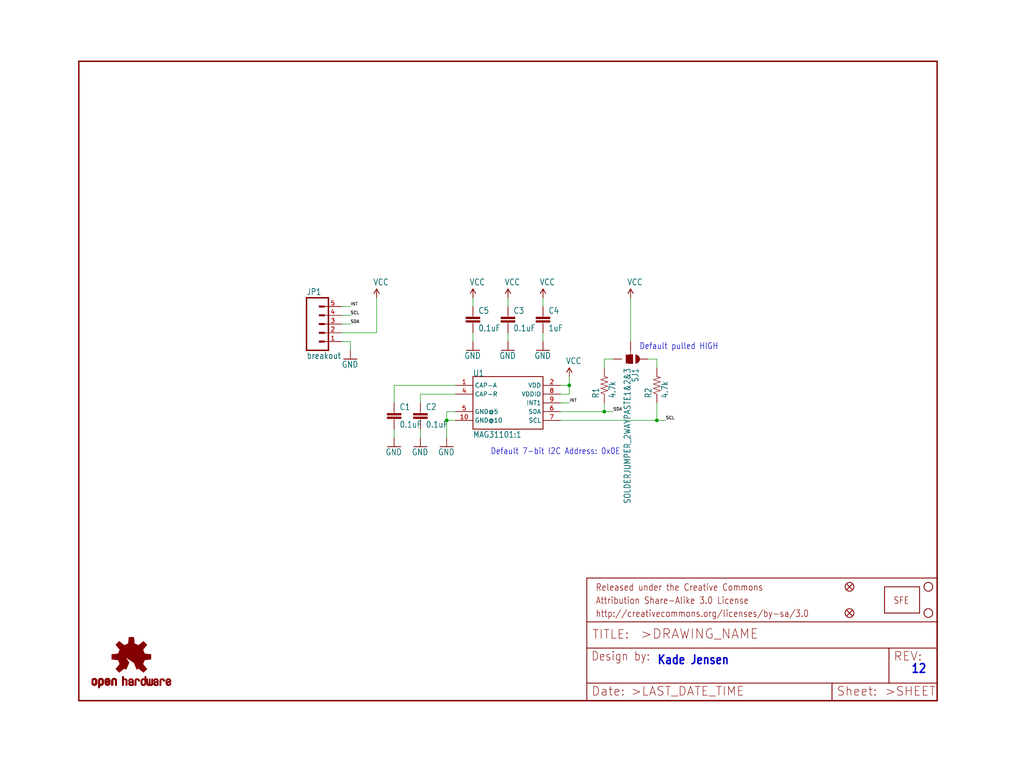
<source format=kicad_sch>
(kicad_sch (version 20211123) (generator eeschema)
  (paper "User" 297.002 223.926)
  (lib_symbols
    (symbol "schematicEagle-eagle-import:CAP0603-CAP"
      (property "Reference" "C" (at 1.524 2.921 0))
      (property "Value" "CAP0603-CAP" (at 1.524 -2.159 0))
      (symbol "CAP0603-CAP_1_0"
        (pin passive line (at 0 5.08 270) (length 2.54) (name "1") (number "1"))
        (pin passive line (at 0 -2.54 90) (length 2.54) (name "2") (number "2"))
      )
    )
    (symbol "schematicEagle-eagle-import:FIDUCIAL1X2")
    (symbol "schematicEagle-eagle-import:FRAME-LETTER"
      (symbol "FRAME-LETTER_2_0"
        (text ">DRAWING_NAME" (at 15.494 17.78 0) (effects (font (size 2.7432 2.7432)) (justify left bottom)))
        (text ">LAST_DATE_TIME" (at 12.7 1.27 0) (effects (font (size 2.54 2.54)) (justify left bottom)))
        (text ">SHEET" (at 86.36 1.27 0) (effects (font (size 2.54 2.54)) (justify left bottom)))
        (text "Attribution Share-Alike 3.0 License" (at 2.54 27.94 0) (effects (font (size 1.9304 1.6408)) (justify left bottom)))
        (text "Date:" (at 1.27 1.27 0) (effects (font (size 2.54 2.54)) (justify left bottom)))
        (text "Design by:" (at 1.27 11.43 0) (effects (font (size 2.54 2.159)) (justify left bottom)))
        (text "http://creativecommons.org/licenses/by-sa/3.0" (at 2.54 24.13 0) (effects (font (size 1.9304 1.6408)) (justify left bottom)))
        (text "Released under the Creative Commons" (at 2.54 31.75 0) (effects (font (size 1.9304 1.6408)) (justify left bottom)))
        (text "REV:" (at 88.9 11.43 0) (effects (font (size 2.54 2.54)) (justify left bottom)))
        (text "Sheet:" (at 72.39 1.27 0) (effects (font (size 2.54 2.54)) (justify left bottom)))
        (text "TITLE:" (at 1.524 17.78 0) (effects (font (size 2.54 2.54)) (justify left bottom)))
      )
    )
    (symbol "schematicEagle-eagle-import:GND" (power)
      (property "Value" "GND" (at -2.54 -2.54 0))
      (symbol "GND_1_0"
        (pin power_in line (at 0 2.54 270) (length 2.54) (name "GND") (number "1"))
      )
    )
    (symbol "schematicEagle-eagle-import:LOGO-SFESK"
      (symbol "LOGO-SFESK_1_0"
        (text "SFE" (at 0 0 0) (effects (font (size 1.9304 1.6408)) (justify left bottom)))
      )
    )
    (symbol "schematicEagle-eagle-import:M05PTH"
      (property "Reference" "JP" (at -2.54 8.382 0))
      (property "Value" "M05PTH" (at -2.54 -10.16 0))
      (symbol "M05PTH_1_0"
        (pin passive line (at 7.62 -5.08 180) (length 5.08) (name "1") (number "1"))
        (pin passive line (at 7.62 -2.54 180) (length 5.08) (name "2") (number "2"))
        (pin passive line (at 7.62 0 180) (length 5.08) (name "3") (number "3"))
        (pin passive line (at 7.62 2.54 180) (length 5.08) (name "4") (number "4"))
        (pin passive line (at 7.62 5.08 180) (length 5.08) (name "5") (number "5"))
      )
    )
    (symbol "schematicEagle-eagle-import:MAG31101{colon}1"
      (property "Reference" "U" (at -10.16 7.62 0))
      (property "Value" "MAG31101{colon}1" (at -10.16 -10.16 0))
      (symbol "MAG31101{colon}1_1_0"
        (pin bidirectional line (at -15.24 5.08 0) (length 5.08) (name "CAP-A") (number "1"))
        (pin bidirectional line (at -15.24 -5.08 0) (length 5.08) (name "GND@10") (number "10"))
        (pin bidirectional line (at 15.24 5.08 180) (length 5.08) (name "VDD") (number "2"))
        (pin bidirectional line (at -15.24 2.54 0) (length 5.08) (name "CAP-R") (number "4"))
        (pin bidirectional line (at -15.24 -2.54 0) (length 5.08) (name "GND@5") (number "5"))
        (pin bidirectional line (at 15.24 -2.54 180) (length 5.08) (name "SDA") (number "6"))
        (pin bidirectional line (at 15.24 -5.08 180) (length 5.08) (name "SCL") (number "7"))
        (pin bidirectional line (at 15.24 2.54 180) (length 5.08) (name "VDDIO") (number "8"))
        (pin bidirectional line (at 15.24 0 180) (length 5.08) (name "INT1") (number "9"))
      )
    )
    (symbol "schematicEagle-eagle-import:OSHW-LOGOS")
    (symbol "schematicEagle-eagle-import:RESISTOR0603-RES"
      (property "Reference" "R" (at -3.81 1.4986 0))
      (property "Value" "RESISTOR0603-RES" (at -3.81 -3.302 0))
      (symbol "RESISTOR0603-RES_1_0"
        (pin passive line (at -5.08 0 0) (length 2.54) (name "1") (number "1"))
        (pin passive line (at 5.08 0 180) (length 2.54) (name "2") (number "2"))
      )
    )
    (symbol "schematicEagle-eagle-import:SOLDERJUMPER_2WAYPASTE1&2&3"
      (property "Reference" "SJ" (at 2.54 0.381 0))
      (property "Value" "SOLDERJUMPER_2WAYPASTE1&2&3" (at 2.54 -1.905 0))
      (symbol "SOLDERJUMPER_2WAYPASTE1&2&3_1_0"
        (pin passive line (at 0 5.08 270) (length 2.54) (name "1") (number "1"))
        (pin passive line (at -5.08 0 0) (length 2.54) (name "2") (number "2"))
        (pin passive line (at 0 -5.08 90) (length 2.54) (name "3") (number "3"))
      )
    )
    (symbol "schematicEagle-eagle-import:STAND-OFF")
    (symbol "schematicEagle-eagle-import:VCC" (power)
      (property "Value" "VCC" (at -1.016 3.556 0))
      (symbol "VCC_1_0"
        (pin power_in line (at 0 0 90) (length 2.54) (name "VCC") (number "1"))
      )
    )
  )
  (junction (at 165.1 111.76))
  (junction (at 175.26 119.38))
  (junction (at 129.54 121.92))
  (junction (at 190.5 121.92))
  (wire (pts (xy 121.92 124.46) (xy 121.92 127)))
  (wire (pts (xy 175.26 119.38) (xy 162.56 119.38)))
  (wire (pts (xy 99.06 88.9) (xy 101.6 88.9)))
  (wire (pts (xy 162.56 114.3) (xy 165.1 114.3)))
  (wire (pts (xy 165.1 114.3) (xy 165.1 111.76)))
  (wire (pts (xy 132.08 121.92) (xy 129.54 121.92)))
  (wire (pts (xy 175.26 119.38) (xy 177.8 119.38)))
  (wire (pts (xy 129.54 119.38) (xy 129.54 121.92)))
  (wire (pts (xy 99.06 91.44) (xy 101.6 91.44)))
  (wire (pts (xy 162.56 111.76) (xy 165.1 111.76)))
  (wire (pts (xy 132.08 111.76) (xy 114.3 111.76)))
  (wire (pts (xy 137.16 96.52) (xy 137.16 99.06)))
  (wire (pts (xy 99.06 99.06) (xy 101.6 99.06)))
  (wire (pts (xy 129.54 121.92) (xy 129.54 127)))
  (wire (pts (xy 132.08 119.38) (xy 129.54 119.38)))
  (wire (pts (xy 190.5 121.92) (xy 190.5 116.84)))
  (wire (pts (xy 162.56 121.92) (xy 190.5 121.92)))
  (wire (pts (xy 162.56 116.84) (xy 165.1 116.84)))
  (wire (pts (xy 182.88 99.06) (xy 182.88 86.36)))
  (wire (pts (xy 132.08 114.3) (xy 121.92 114.3)))
  (wire (pts (xy 114.3 111.76) (xy 114.3 116.84)))
  (wire (pts (xy 147.32 99.06) (xy 147.32 96.52)))
  (wire (pts (xy 175.26 106.68) (xy 175.26 104.14)))
  (wire (pts (xy 114.3 124.46) (xy 114.3 127)))
  (wire (pts (xy 177.8 104.14) (xy 175.26 104.14)))
  (wire (pts (xy 101.6 99.06) (xy 101.6 101.6)))
  (wire (pts (xy 157.48 86.36) (xy 157.48 88.9)))
  (wire (pts (xy 165.1 111.76) (xy 165.1 109.22)))
  (wire (pts (xy 99.06 93.98) (xy 101.6 93.98)))
  (wire (pts (xy 190.5 106.68) (xy 190.5 104.14)))
  (wire (pts (xy 99.06 96.52) (xy 109.22 96.52)))
  (wire (pts (xy 190.5 104.14) (xy 187.96 104.14)))
  (wire (pts (xy 147.32 86.36) (xy 147.32 88.9)))
  (wire (pts (xy 157.48 96.52) (xy 157.48 99.06)))
  (wire (pts (xy 137.16 88.9) (xy 137.16 86.36)))
  (wire (pts (xy 190.5 121.92) (xy 193.04 121.92)))
  (wire (pts (xy 175.26 116.84) (xy 175.26 119.38)))
  (wire (pts (xy 109.22 96.52) (xy 109.22 86.36)))
  (wire (pts (xy 121.92 114.3) (xy 121.92 116.84)))
  (text "12" (at 264.16 195.58 180) (effects (font (size 2.54 2.159) (thickness 0.4318) bold) (justify left bottom)))
  (text "Default pulled HIGH" (at 185.42 101.6 180) (effects (font (size 1.778 1.5113)) (justify left bottom)))
  (text "Kade Jensen" (at 190.5 193.04 180) (effects (font (size 2.54 2.159) (thickness 0.4318) bold) (justify left bottom)))
  (text "Default 7-bit I2C Address: 0x0E" (at 142.24 132.08 180) (effects (font (size 1.778 1.5113)) (justify left bottom)))
  (label "INT" (at 165.1 116.84 0) (effects (font (size 0.889 0.889))))
  (label "SCL" (at 193.04 121.92 0) (effects (font (size 0.889 0.889))))
  (label "SCL" (at 101.6 91.44 0) (effects (font (size 0.889 0.889))))
  (label "SDA" (at 101.6 93.98 0) (effects (font (size 0.889 0.889))))
  (label "INT" (at 101.6 88.9 0) (effects (font (size 0.889 0.889))))
  (label "SDA" (at 177.8 119.38 0) (effects (font (size 0.889 0.889))))
  (symbol (lib_id "schematicEagle-eagle-import:FRAME-LETTER") (at 170.18 203.2 0) (unit 2)
    (property "Reference" "FRAME2" (effects hide))
    (property "Value" "FRAME-LETTER" (effects hide))
    (property "Footprint" "schematicEagle:CREATIVE_COMMONS" (effects hide))
  )
  (symbol (lib_id "schematicEagle-eagle-import:GND") (at 121.92 129.54 0) (unit 1)
    (property "Reference" "#GND3" (effects hide))
    (property "Value" "GND" (at 119.38 132.08 0) (effects (font (size 1.778 1.5113)) (justify left bottom)))
    (property "Footprint" "schematicEagle:" (effects hide))
  )
  (symbol (lib_id "schematicEagle-eagle-import:SOLDERJUMPER_2WAYPASTE1&2&3") (at 182.88 104.14 270) (unit 1)
    (property "Reference" "SJ1" (at 183.261 106.68 0) (effects (font (size 1.778 1.5113)) (justify left bottom)))
    (property "Value" "SOLDERJUMPER_2WAYPASTE1&2&3" (at 180.975 106.68 0) (effects (font (size 1.778 1.5113)) (justify left bottom)))
    (property "Footprint" "schematicEagle:SJ_3_PASTE1&2&3" (effects hide))
  )
  (symbol (lib_id "schematicEagle-eagle-import:FIDUCIAL1X2") (at 246.38 177.8 0) (unit 1)
    (property "Reference" "FID2" (effects hide))
    (property "Value" "FIDUCIAL1X2" (effects hide))
    (property "Footprint" "schematicEagle:FIDUCIAL-1X2" (effects hide))
  )
  (symbol (lib_id "schematicEagle-eagle-import:GND") (at 157.48 101.6 0) (unit 1)
    (property "Reference" "#GND8" (effects hide))
    (property "Value" "GND" (at 154.94 104.14 0) (effects (font (size 1.778 1.5113)) (justify left bottom)))
    (property "Footprint" "schematicEagle:" (effects hide))
  )
  (symbol (lib_id "schematicEagle-eagle-import:FIDUCIAL1X2") (at 246.38 170.18 0) (unit 1)
    (property "Reference" "FID1" (effects hide))
    (property "Value" "FIDUCIAL1X2" (effects hide))
    (property "Footprint" "schematicEagle:FIDUCIAL-1X2" (effects hide))
  )
  (symbol (lib_id "schematicEagle-eagle-import:RESISTOR0603-RES") (at 190.5 111.76 90) (unit 1)
    (property "Reference" "R2" (at 189.0014 115.57 0) (effects (font (size 1.778 1.5113)) (justify left bottom)))
    (property "Value" "4.7k" (at 193.802 115.57 0) (effects (font (size 1.778 1.5113)) (justify left bottom)))
    (property "Footprint" "schematicEagle:0603-RES" (effects hide))
  )
  (symbol (lib_id "schematicEagle-eagle-import:VCC") (at 137.16 86.36 0) (unit 1)
    (property "Reference" "#P+5" (effects hide))
    (property "Value" "VCC" (at 136.144 82.804 0) (effects (font (size 1.778 1.5113)) (justify left bottom)))
    (property "Footprint" "schematicEagle:" (effects hide))
  )
  (symbol (lib_id "schematicEagle-eagle-import:LOGO-SFESK") (at 259.08 175.26 0) (unit 1)
    (property "Reference" "JP7" (effects hide))
    (property "Value" "LOGO-SFESK" (effects hide))
    (property "Footprint" "schematicEagle:SFE-LOGO-FLAME" (effects hide))
  )
  (symbol (lib_id "schematicEagle-eagle-import:FRAME-LETTER") (at 22.86 203.2 0) (unit 1)
    (property "Reference" "FRAME2" (effects hide))
    (property "Value" "FRAME-LETTER" (effects hide))
    (property "Footprint" "schematicEagle:CREATIVE_COMMONS" (effects hide))
  )
  (symbol (lib_id "schematicEagle-eagle-import:CAP0603-CAP") (at 157.48 93.98 0) (unit 1)
    (property "Reference" "C4" (at 159.004 91.059 0) (effects (font (size 1.778 1.5113)) (justify left bottom)))
    (property "Value" "1uF" (at 159.004 96.139 0) (effects (font (size 1.778 1.5113)) (justify left bottom)))
    (property "Footprint" "schematicEagle:0603-CAP" (effects hide))
  )
  (symbol (lib_id "schematicEagle-eagle-import:STAND-OFF") (at 269.24 170.18 0) (unit 1)
    (property "Reference" "JP3" (effects hide))
    (property "Value" "STAND-OFF" (effects hide))
    (property "Footprint" "schematicEagle:STAND-OFF" (effects hide))
  )
  (symbol (lib_id "schematicEagle-eagle-import:CAP0603-CAP") (at 121.92 121.92 0) (unit 1)
    (property "Reference" "C2" (at 123.444 118.999 0) (effects (font (size 1.778 1.5113)) (justify left bottom)))
    (property "Value" "0.1uF" (at 123.444 124.079 0) (effects (font (size 1.778 1.5113)) (justify left bottom)))
    (property "Footprint" "schematicEagle:0603-CAP" (effects hide))
  )
  (symbol (lib_id "schematicEagle-eagle-import:GND") (at 101.6 104.14 0) (unit 1)
    (property "Reference" "#GND5" (effects hide))
    (property "Value" "GND" (at 99.06 106.68 0) (effects (font (size 1.778 1.5113)) (justify left bottom)))
    (property "Footprint" "schematicEagle:" (effects hide))
  )
  (symbol (lib_id "schematicEagle-eagle-import:GND") (at 147.32 101.6 0) (unit 1)
    (property "Reference" "#GND4" (effects hide))
    (property "Value" "GND" (at 144.78 104.14 0) (effects (font (size 1.778 1.5113)) (justify left bottom)))
    (property "Footprint" "schematicEagle:" (effects hide))
  )
  (symbol (lib_id "schematicEagle-eagle-import:RESISTOR0603-RES") (at 175.26 111.76 90) (unit 1)
    (property "Reference" "R1" (at 173.7614 115.57 0) (effects (font (size 1.778 1.5113)) (justify left bottom)))
    (property "Value" "4.7k" (at 178.562 115.57 0) (effects (font (size 1.778 1.5113)) (justify left bottom)))
    (property "Footprint" "schematicEagle:0603-RES" (effects hide))
  )
  (symbol (lib_id "schematicEagle-eagle-import:GND") (at 137.16 101.6 0) (unit 1)
    (property "Reference" "#GND7" (effects hide))
    (property "Value" "GND" (at 134.62 104.14 0) (effects (font (size 1.778 1.5113)) (justify left bottom)))
    (property "Footprint" "schematicEagle:" (effects hide))
  )
  (symbol (lib_id "schematicEagle-eagle-import:VCC") (at 182.88 86.36 0) (unit 1)
    (property "Reference" "#P+3" (effects hide))
    (property "Value" "VCC" (at 181.864 82.804 0) (effects (font (size 1.778 1.5113)) (justify left bottom)))
    (property "Footprint" "schematicEagle:" (effects hide))
  )
  (symbol (lib_id "schematicEagle-eagle-import:M05PTH") (at 91.44 93.98 0) (unit 1)
    (property "Reference" "JP1" (at 88.9 85.598 0) (effects (font (size 1.778 1.5113)) (justify left bottom)))
    (property "Value" "breakout" (at 88.9 104.14 0) (effects (font (size 1.778 1.5113)) (justify left bottom)))
    (property "Footprint" "schematicEagle:1X05" (effects hide))
  )
  (symbol (lib_id "schematicEagle-eagle-import:VCC") (at 157.48 86.36 0) (unit 1)
    (property "Reference" "#P+6" (effects hide))
    (property "Value" "VCC" (at 156.464 82.804 0) (effects (font (size 1.778 1.5113)) (justify left bottom)))
    (property "Footprint" "schematicEagle:" (effects hide))
  )
  (symbol (lib_id "schematicEagle-eagle-import:CAP0603-CAP") (at 114.3 121.92 0) (unit 1)
    (property "Reference" "C1" (at 115.824 118.999 0) (effects (font (size 1.778 1.5113)) (justify left bottom)))
    (property "Value" "0.1uF" (at 115.824 124.079 0) (effects (font (size 1.778 1.5113)) (justify left bottom)))
    (property "Footprint" "schematicEagle:0603-CAP" (effects hide))
  )
  (symbol (lib_id "schematicEagle-eagle-import:GND") (at 129.54 129.54 0) (unit 1)
    (property "Reference" "#GND1" (effects hide))
    (property "Value" "GND" (at 127 132.08 0) (effects (font (size 1.778 1.5113)) (justify left bottom)))
    (property "Footprint" "schematicEagle:" (effects hide))
  )
  (symbol (lib_id "schematicEagle-eagle-import:GND") (at 114.3 129.54 0) (unit 1)
    (property "Reference" "#GND2" (effects hide))
    (property "Value" "GND" (at 111.76 132.08 0) (effects (font (size 1.778 1.5113)) (justify left bottom)))
    (property "Footprint" "schematicEagle:" (effects hide))
  )
  (symbol (lib_id "schematicEagle-eagle-import:CAP0603-CAP") (at 137.16 93.98 0) (unit 1)
    (property "Reference" "C5" (at 138.684 91.059 0) (effects (font (size 1.778 1.5113)) (justify left bottom)))
    (property "Value" "0.1uF" (at 138.684 96.139 0) (effects (font (size 1.778 1.5113)) (justify left bottom)))
    (property "Footprint" "schematicEagle:0603-CAP" (effects hide))
  )
  (symbol (lib_id "schematicEagle-eagle-import:VCC") (at 109.22 86.36 0) (unit 1)
    (property "Reference" "#P+4" (effects hide))
    (property "Value" "VCC" (at 108.204 82.804 0) (effects (font (size 1.778 1.5113)) (justify left bottom)))
    (property "Footprint" "schematicEagle:" (effects hide))
  )
  (symbol (lib_id "schematicEagle-eagle-import:CAP0603-CAP") (at 147.32 93.98 0) (unit 1)
    (property "Reference" "C3" (at 148.844 91.059 0) (effects (font (size 1.778 1.5113)) (justify left bottom)))
    (property "Value" "0.1uF" (at 148.844 96.139 0) (effects (font (size 1.778 1.5113)) (justify left bottom)))
    (property "Footprint" "schematicEagle:0603-CAP" (effects hide))
  )
  (symbol (lib_id "schematicEagle-eagle-import:VCC") (at 147.32 86.36 0) (unit 1)
    (property "Reference" "#P+1" (effects hide))
    (property "Value" "VCC" (at 146.304 82.804 0) (effects (font (size 1.778 1.5113)) (justify left bottom)))
    (property "Footprint" "schematicEagle:" (effects hide))
  )
  (symbol (lib_id "schematicEagle-eagle-import:STAND-OFF") (at 269.24 177.8 0) (unit 1)
    (property "Reference" "JP2" (effects hide))
    (property "Value" "STAND-OFF" (effects hide))
    (property "Footprint" "schematicEagle:STAND-OFF" (effects hide))
  )
  (symbol (lib_id "schematicEagle-eagle-import:MAG31101{colon}1") (at 147.32 116.84 0) (unit 1)
    (property "Reference" "U1" (at 137.16 109.22 0) (effects (font (size 1.778 1.5113)) (justify left bottom)))
    (property "Value" "MAG31101{colon}1" (at 137.16 127 0) (effects (font (size 1.778 1.5113)) (justify left bottom)))
    (property "Footprint" "schematicEagle:DFN-10-W" (effects hide))
  )
  (symbol (lib_id "schematicEagle-eagle-import:VCC") (at 165.1 109.22 0) (unit 1)
    (property "Reference" "#P+2" (effects hide))
    (property "Value" "VCC" (at 164.084 105.664 0) (effects (font (size 1.778 1.5113)) (justify left bottom)))
    (property "Footprint" "schematicEagle:" (effects hide))
  )
  (symbol (lib_id "schematicEagle-eagle-import:OSHW-LOGOS") (at 38.1 190.5 0) (unit 1)
    (property "Reference" "LOGO1" (effects hide))
    (property "Value" "OSHW-LOGOS" (effects hide))
    (property "Footprint" "schematicEagle:OSHW-LOGO-S" (effects hide))
  )
)
</source>
